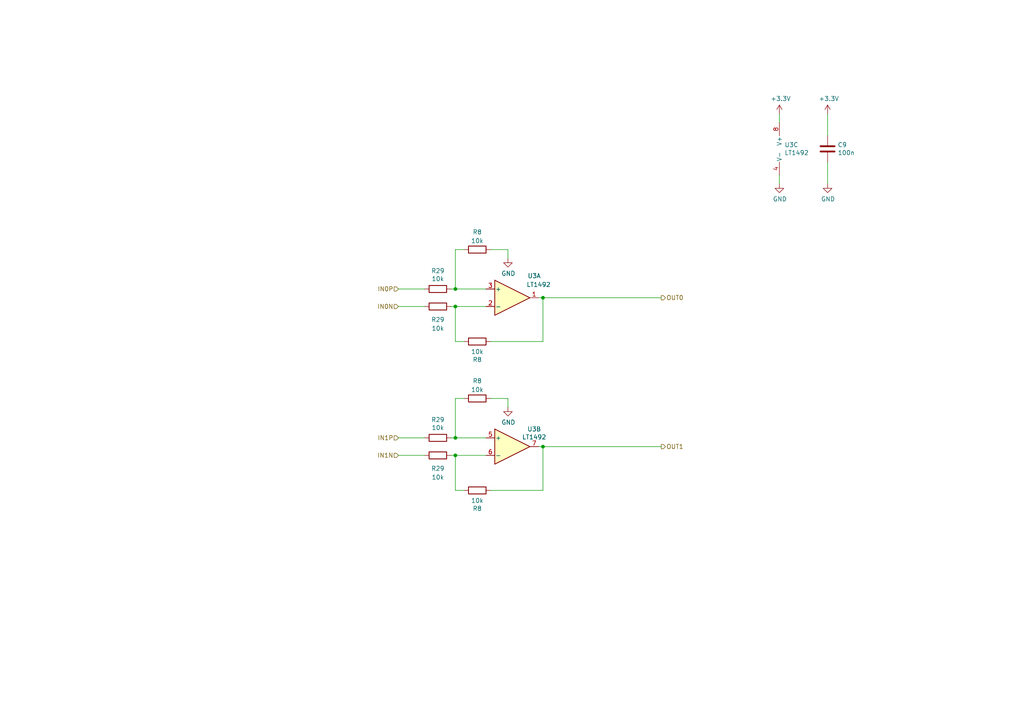
<source format=kicad_sch>
(kicad_sch (version 20230121) (generator eeschema)
  (paper "A4")
  (lib_symbols
    (symbol "Amplifier_Operational:LT1492" (pin_names (offset 0.127))
      (property "Reference" "U" (at 0 5.08 0))
      (property "Value" "LT1492" (at 0 -5.08 0))
      (symbol "LT1492_1_1"
        (polyline (pts (xy -5.08 5.08) (xy 5.08 0) (xy -5.08 -5.08) (xy -5.08 5.08)) (stroke (width 0.254)) (fill (type background)))
        (pin output line (at 7.62 0 180) (length 2.54) (name "~") (number "1"))
        (pin input line (at -7.62 -2.54 0) (length 2.54) (name "-") (number "2"))
        (pin input line (at -7.62 2.54 0) (length 2.54) (name "+") (number "3"))
      )
      (symbol "LT1492_2_1"
        (polyline (pts (xy -5.08 5.08) (xy 5.08 0) (xy -5.08 -5.08) (xy -5.08 5.08)) (stroke (width 0.254)) (fill (type background)))
        (pin input line (at -7.62 2.54 0) (length 2.54) (name "+") (number "5"))
        (pin input line (at -7.62 -2.54 0) (length 2.54) (name "-") (number "6"))
        (pin output line (at 7.62 0 180) (length 2.54) (name "~") (number "7"))
      )
      (symbol "LT1492_3_1"
        (pin power_in line (at -2.54 -7.62 90) (length 3.81) (name "V-") (number "4"))
        (pin power_in line (at -2.54 7.62 270) (length 3.81) (name "V+") (number "8"))
      )
    )
    (symbol "Device:C" (pin_numbers hide) (pin_names (offset 0.254))
      (property "Reference" "C" (at 0.635 2.54 0))
      (property "Value" "C" (at 0.635 -2.54 0))
      (symbol "C_0_1"
        (polyline (pts (xy -2.032 -0.762) (xy 2.032 -0.762)) (stroke (width 0.508)))
        (polyline (pts (xy -2.032 0.762) (xy 2.032 0.762)) (stroke (width 0.508)))
      )
      (symbol "C_1_1"
        (pin passive line (at 0 3.81 270) (length 2.794) (name "~") (number "1"))
        (pin passive line (at 0 -3.81 90) (length 2.794) (name "~") (number "2"))
      )
    )
    (symbol "Device:R" (pin_numbers hide) (pin_names (offset 0))
      (property "Reference" "R" (at 2.032 0 90))
      (property "Value" "R" (at 0 0 90))
      (symbol "R_0_1"
        (rectangle (start -1.016 -2.54) (end 1.016 2.54) (stroke (width 0.254)))
      )
      (symbol "R_1_1"
        (pin passive line (at 0 3.81 270) (length 1.27) (name "~") (number "1"))
        (pin passive line (at 0 -3.81 90) (length 1.27) (name "~") (number "2"))
      )
    )
    (symbol "power:+3.3V" (power) (pin_names (offset 0))
      (property "Value" "+3.3V" (at 0 3.556 0))
      (symbol "+3.3V_0_1"
        (polyline (pts (xy -0.762 1.27) (xy 0 2.54)))
        (polyline (pts (xy 0 0) (xy 0 2.54)))
        (polyline (pts (xy 0 2.54) (xy 0.762 1.27)))
      )
      (symbol "+3.3V_1_1"
        (pin power_in line (at 0 0 90) (length 0) hide (name "+3.3V") (number "1"))
      )
    )
    (symbol "power:GND" (power) (pin_names (offset 0))
      (property "Value" "GND" (at 0 -3.81 0))
      (symbol "GND_0_1"
        (polyline (pts (xy 0 0) (xy 0 -1.27) (xy 1.27 -1.27) (xy 0 -2.54) (xy -1.27 -1.27) (xy 0 -1.27)))
      )
      (symbol "GND_1_1"
        (pin power_in line (at 0 0 270) (length 0) hide (name "GND") (number "1"))
      )
    )
  )
  (junction (at 132.08 132.08))
  (junction (at 132.08 83.82))
  (junction (at 157.48 86.36))
  (junction (at 132.08 88.9))
  (junction (at 132.08 127))
  (junction (at 157.48 129.54))
  (wire (pts (xy 132.08 127) (xy 140.97 127)))
  (wire (pts (xy 132.08 83.82) (xy 140.97 83.82)))
  (wire (pts (xy 134.62 115.57) (xy 132.08 115.57)))
  (wire (pts (xy 115.57 127) (xy 123.19 127)))
  (wire (pts (xy 130.81 83.82) (xy 132.08 83.82)))
  (wire (pts (xy 240.03 46.99) (xy 240.03 53.34)))
  (wire (pts (xy 132.08 72.39) (xy 132.08 83.82)))
  (wire (pts (xy 130.81 88.9) (xy 132.08 88.9)))
  (wire (pts (xy 142.24 115.57) (xy 147.32 115.57)))
  (wire (pts (xy 142.24 72.39) (xy 147.32 72.39)))
  (wire (pts (xy 132.08 132.08) (xy 132.08 142.24)))
  (wire (pts (xy 123.19 132.08) (xy 115.57 132.08)))
  (wire (pts (xy 156.21 86.36) (xy 157.48 86.36)))
  (wire (pts (xy 156.21 129.54) (xy 157.48 129.54)))
  (wire (pts (xy 157.48 129.54) (xy 191.77 129.54)))
  (wire (pts (xy 226.06 50.8) (xy 226.06 53.34)))
  (wire (pts (xy 157.48 142.24) (xy 157.48 129.54)))
  (wire (pts (xy 134.62 142.24) (xy 132.08 142.24)))
  (wire (pts (xy 132.08 115.57) (xy 132.08 127)))
  (wire (pts (xy 123.19 88.9) (xy 115.57 88.9)))
  (wire (pts (xy 226.06 35.56) (xy 226.06 33.02)))
  (wire (pts (xy 147.32 72.39) (xy 147.32 74.93)))
  (wire (pts (xy 142.24 99.06) (xy 157.48 99.06)))
  (wire (pts (xy 115.57 83.82) (xy 123.19 83.82)))
  (wire (pts (xy 134.62 72.39) (xy 132.08 72.39)))
  (wire (pts (xy 240.03 33.02) (xy 240.03 39.37)))
  (wire (pts (xy 132.08 88.9) (xy 132.08 99.06)))
  (wire (pts (xy 130.81 132.08) (xy 132.08 132.08)))
  (wire (pts (xy 134.62 99.06) (xy 132.08 99.06)))
  (wire (pts (xy 157.48 86.36) (xy 191.77 86.36)))
  (wire (pts (xy 132.08 88.9) (xy 140.97 88.9)))
  (wire (pts (xy 132.08 132.08) (xy 140.97 132.08)))
  (wire (pts (xy 130.81 127) (xy 132.08 127)))
  (wire (pts (xy 147.32 115.57) (xy 147.32 118.11)))
  (wire (pts (xy 157.48 99.06) (xy 157.48 86.36)))
  (wire (pts (xy 142.24 142.24) (xy 157.48 142.24)))
  (hierarchical_label "IN1P" (shape input) (at 115.57 127 180))
  (hierarchical_label "IN0P" (shape input) (at 115.57 83.82 180))
  (hierarchical_label "OUT0" (shape output) (at 191.77 86.36 0))
  (hierarchical_label "IN1N" (shape input) (at 115.57 132.08 180))
  (hierarchical_label "OUT1" (shape output) (at 191.77 129.54 0))
  (hierarchical_label "IN0N" (shape input) (at 115.57 88.9 180))
  (symbol (lib_id "power:GND") (at 226.06 53.34 0) (unit 1)
    (property "Reference" "#PWR017" (effects hide))
    (property "Value" "GND" (at 226.187 57.7342 0))
    (instances (project "OpenFlowMeter" (path "" (reference "#PWR017") (unit 1)) (path "" (reference "#PWR095") (unit 1)) (path "" (reference "#PWR0111") (unit 1))))
  )
  (symbol (lib_id "Device:R") (at 127 127 270) (unit 1)
    (property "Reference" "R29" (at 127 121.7422 90))
    (property "Value" "10k" (at 127 124.0536 90))
    (property "Footprint" "Resistor_SMD:R_0603_1608Metric" (effects hide))
    (instances (project "OpenFlowMeter" (path "" (reference "R29") (unit 1)) (path "" (reference "R64") (unit 1)) (path "" (reference "R55") (unit 1))))
  )
  (symbol (lib_id "Amplifier_Operational:LT1492") (at 148.59 86.36 0) (unit 1)
    (property "Reference" "U3" (at 154.94 80.01 0))
    (property "Value" "LT1492" (at 156.21 82.55 0))
    (property "Footprint" "Package_SO:SOIC-8_3.9x4.9mm_P1.27mm" (effects hide))
    (property "Datasheet" "https://www.analog.com/media/en/technical-documentation/data-sheets/14923f.pdf" (effects hide))
    (instances (project "OpenFlowMeter" (path "" (reference "U3") (unit 1)) (path "" (reference "U11") (unit 1)) (path "" (reference "U13") (unit 1))))
  )
  (symbol (lib_id "Device:R") (at 127 83.82 270) (unit 1)
    (property "Reference" "R29" (at 127 78.5622 90))
    (property "Value" "10k" (at 127 80.8736 90))
    (property "Footprint" "Resistor_SMD:R_0603_1608Metric" (effects hide))
    (instances (project "OpenFlowMeter" (path "" (reference "R29") (unit 1)) (path "" (reference "R64") (unit 1)) (path "" (reference "R68") (unit 1))))
  )
  (symbol (lib_id "power:GND") (at 147.32 74.93 0) (unit 1)
    (property "Reference" "#PWR017" (effects hide))
    (property "Value" "GND" (at 147.447 79.3242 0))
    (instances (project "OpenFlowMeter" (path "" (reference "#PWR017") (unit 1)) (path "" (reference "#PWR095") (unit 1)) (path "" (reference "#PWR072") (unit 1))))
  )
  (symbol (lib_id "Amplifier_Operational:LT1492") (at 148.59 129.54 0) (unit 2)
    (property "Reference" "U3" (at 154.94 124.46 0))
    (property "Value" "LT1492" (at 154.94 126.7714 0))
    (property "Footprint" "Package_SO:SOIC-8_3.9x4.9mm_P1.27mm" (effects hide))
    (property "Datasheet" "https://www.analog.com/media/en/technical-documentation/data-sheets/14923f.pdf" (effects hide))
    (instances (project "OpenFlowMeter" (path "" (reference "U3") (unit 2)) (path "" (reference "U11") (unit 2)) (path "" (reference "U13") (unit 2))))
  )
  (symbol (lib_id "Device:R") (at 127 88.9 270) (unit 1)
    (property "Reference" "R29" (at 127 92.71 90))
    (property "Value" "10k" (at 127 95.25 90))
    (property "Footprint" "Resistor_SMD:R_0603_1608Metric" (effects hide))
    (instances (project "OpenFlowMeter" (path "" (reference "R29") (unit 1)) (path "" (reference "R64") (unit 1)) (path "" (reference "R56") (unit 1))))
  )
  (symbol (lib_id "Device:R") (at 127 132.08 270) (unit 1)
    (property "Reference" "R29" (at 127 135.89 90))
    (property "Value" "10k" (at 127 138.43 90))
    (property "Footprint" "Resistor_SMD:R_0603_1608Metric" (effects hide))
    (instances (project "OpenFlowMeter" (path "" (reference "R29") (unit 1)) (path "" (reference "R64") (unit 1)) (path "" (reference "R57") (unit 1))))
  )
  (symbol (lib_id "Device:R") (at 138.43 72.39 90) (unit 1)
    (property "Reference" "R8" (at 138.43 67.31 90))
    (property "Value" "10k" (at 138.43 69.85 90))
    (property "Footprint" "Resistor_SMD:R_0603_1608Metric" (effects hide))
    (instances (project "OpenFlowMeter" (path "" (reference "R8") (unit 1)) (path "" (reference "R62") (unit 1)) (path "" (reference "R69") (unit 1))))
  )
  (symbol (lib_id "Amplifier_Operational:LT1492") (at 228.6 43.18 0) (unit 3)
    (property "Reference" "U3" (at 227.5332 42.0116 0) (effects (justify left)))
    (property "Value" "LT1492" (at 227.5332 44.323 0) (effects (justify left)))
    (property "Footprint" "Package_SO:SOIC-8_3.9x4.9mm_P1.27mm" (effects hide))
    (property "Datasheet" "https://www.analog.com/media/en/technical-documentation/data-sheets/14923f.pdf" (effects hide))
    (instances (project "OpenFlowMeter" (path "" (reference "U3") (unit 3)) (path "" (reference "U11") (unit 3)) (path "" (reference "U13") (unit 3))))
  )
  (symbol (lib_id "Device:R") (at 138.43 115.57 90) (unit 1)
    (property "Reference" "R8" (at 138.43 110.49 90))
    (property "Value" "10k" (at 138.43 113.03 90))
    (property "Footprint" "Resistor_SMD:R_0603_1608Metric" (effects hide))
    (instances (project "OpenFlowMeter" (path "" (reference "R8") (unit 1)) (path "" (reference "R62") (unit 1)) (path "" (reference "R70") (unit 1))))
  )
  (symbol (lib_id "power:GND") (at 147.32 118.11 0) (unit 1)
    (property "Reference" "#PWR017" (effects hide))
    (property "Value" "GND" (at 147.447 122.5042 0))
    (instances (project "OpenFlowMeter" (path "" (reference "#PWR017") (unit 1)) (path "" (reference "#PWR095") (unit 1)) (path "" (reference "#PWR0100") (unit 1))))
  )
  (symbol (lib_id "power:+3.3V") (at 226.06 33.02 0) (unit 1)
    (property "Reference" "#PWR019" (effects hide))
    (property "Value" "+3.3V" (at 226.441 28.6258 0))
    (instances (project "OpenFlowMeter" (path "" (reference "#PWR019") (unit 1)) (path "" (reference "#PWR094") (unit 1)) (path "" (reference "#PWR0110") (unit 1))))
  )
  (symbol (lib_id "Device:R") (at 138.43 99.06 90) (unit 1)
    (property "Reference" "R8" (at 138.43 104.3178 90))
    (property "Value" "10k" (at 138.43 102.0064 90))
    (property "Footprint" "Resistor_SMD:R_0603_1608Metric" (effects hide))
    (instances (project "OpenFlowMeter" (path "" (reference "R8") (unit 1)) (path "" (reference "R62") (unit 1)) (path "" (reference "R54") (unit 1))))
  )
  (symbol (lib_id "power:+3.3V") (at 240.03 33.02 0) (unit 1)
    (property "Reference" "#PWR020" (effects hide))
    (property "Value" "+3.3V" (at 240.411 28.6258 0))
    (instances (project "OpenFlowMeter" (path "" (reference "#PWR020") (unit 1)) (path "" (reference "#PWR096") (unit 1)) (path "" (reference "#PWR0122") (unit 1))))
  )
  (symbol (lib_id "power:GND") (at 240.03 53.34 0) (unit 1)
    (property "Reference" "#PWR018" (effects hide))
    (property "Value" "GND" (at 240.157 57.7342 0))
    (instances (project "OpenFlowMeter" (path "" (reference "#PWR018") (unit 1)) (path "" (reference "#PWR097") (unit 1)) (path "" (reference "#PWR0123") (unit 1))))
  )
  (symbol (lib_id "Device:R") (at 138.43 142.24 90) (unit 1)
    (property "Reference" "R8" (at 138.43 147.4978 90))
    (property "Value" "10k" (at 138.43 145.1864 90))
    (property "Footprint" "Resistor_SMD:R_0603_1608Metric" (effects hide))
    (instances (project "OpenFlowMeter" (path "" (reference "R8") (unit 1)) (path "" (reference "R62") (unit 1)) (path "" (reference "R71") (unit 1))))
  )
  (symbol (lib_id "Device:C") (at 240.03 43.18 0) (unit 1)
    (property "Reference" "C9" (at 242.951 42.0116 0) (effects (justify left)))
    (property "Value" "100n" (at 242.951 44.323 0) (effects (justify left)))
    (property "Footprint" "Capacitor_SMD:C_0603_1608Metric" (effects hide))
    (instances (project "OpenFlowMeter" (path "" (reference "C9") (unit 1)) (path "" (reference "C38") (unit 1)) (path "" (reference "C44") (unit 1))))
  )
)
</source>
